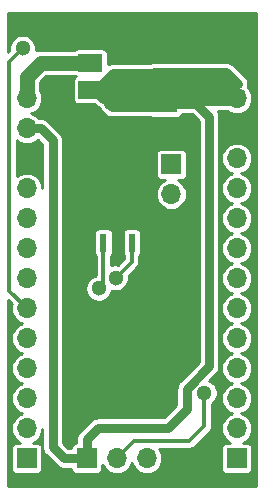
<source format=gbr>
G04 #@! TF.GenerationSoftware,KiCad,Pcbnew,(5.1.2)-1*
G04 #@! TF.CreationDate,2019-07-20T20:07:49-05:00*
G04 #@! TF.ProjectId,rSTM32F030K6T6,7253544d-3332-4463-9033-304b3654362e,rev?*
G04 #@! TF.SameCoordinates,Original*
G04 #@! TF.FileFunction,Copper,L2,Bot*
G04 #@! TF.FilePolarity,Positive*
%FSLAX46Y46*%
G04 Gerber Fmt 4.6, Leading zero omitted, Abs format (unit mm)*
G04 Created by KiCad (PCBNEW (5.1.2)-1) date 2019-07-20 20:07:49*
%MOMM*%
%LPD*%
G04 APERTURE LIST*
%ADD10R,1.250000X1.000000*%
%ADD11O,1.700000X1.700000*%
%ADD12R,1.700000X1.700000*%
%ADD13R,2.000000X1.500000*%
%ADD14R,2.000000X3.800000*%
%ADD15R,0.600000X1.600000*%
%ADD16C,1.300000*%
%ADD17C,1.300000*%
%ADD18C,0.800000*%
%ADD19C,0.350000*%
%ADD20C,0.250000*%
G04 APERTURE END LIST*
D10*
X41200000Y-44700000D03*
X41200000Y-42700000D03*
X52050000Y-47900000D03*
X52050000Y-45900000D03*
D11*
X50800000Y-76200000D03*
X48260000Y-76200000D03*
X45720000Y-76200000D03*
D12*
X43180000Y-76200000D03*
X38100000Y-76200000D03*
D11*
X38100000Y-73660000D03*
X38100000Y-71120000D03*
X38100000Y-68580000D03*
X38100000Y-66040000D03*
X38100000Y-63500000D03*
X38100000Y-60960000D03*
X38100000Y-58420000D03*
X38100000Y-55880000D03*
X38100000Y-53340000D03*
X38100000Y-50800000D03*
X38100000Y-48260000D03*
X38100000Y-45720000D03*
X55880000Y-45720000D03*
X55880000Y-48260000D03*
X55880000Y-50800000D03*
X55880000Y-53340000D03*
X55880000Y-55880000D03*
X55880000Y-58420000D03*
X55880000Y-60960000D03*
X55880000Y-63500000D03*
X55880000Y-66040000D03*
X55880000Y-68580000D03*
X55880000Y-71120000D03*
X55880000Y-73660000D03*
D12*
X55880000Y-76200000D03*
D11*
X50350000Y-56380000D03*
X50350000Y-53840000D03*
D12*
X50350000Y-51300000D03*
D13*
X43500000Y-47300000D03*
X43500000Y-42700000D03*
X43500000Y-45000000D03*
D14*
X49800000Y-45000000D03*
D15*
X47000000Y-57950000D03*
X45800000Y-57950000D03*
X44600000Y-57950000D03*
D16*
X53150000Y-70650000D03*
X37750000Y-41450000D03*
X44200000Y-61800000D03*
X45625000Y-60900000D03*
D17*
X39275000Y-42700000D02*
X41200000Y-42700000D01*
X38100000Y-43875000D02*
X39275000Y-42700000D01*
X38100000Y-45720000D02*
X38100000Y-43875000D01*
X41200000Y-42700000D02*
X43500000Y-42700000D01*
X55160000Y-45000000D02*
X55880000Y-45720000D01*
X49800000Y-45000000D02*
X55160000Y-45000000D01*
X50700000Y-45900000D02*
X49800000Y-45000000D01*
X52050000Y-45900000D02*
X50700000Y-45900000D01*
D18*
X39302081Y-48260000D02*
X40300000Y-49257919D01*
X38100000Y-48260000D02*
X39302081Y-48260000D01*
X40300000Y-49257919D02*
X40300000Y-75250000D01*
X41250000Y-76200000D02*
X43180000Y-76200000D01*
X40300000Y-75250000D02*
X41250000Y-76200000D01*
X43180000Y-74550000D02*
X44130000Y-73600000D01*
X43180000Y-76200000D02*
X43180000Y-74550000D01*
X44130000Y-73600000D02*
X50050000Y-73600000D01*
X50050000Y-73600000D02*
X51650000Y-72000000D01*
X51650000Y-70299998D02*
X53549998Y-68400000D01*
X51650000Y-72000000D02*
X51650000Y-70299998D01*
X52175000Y-45900000D02*
X52050000Y-45900000D01*
X53549998Y-47274998D02*
X52175000Y-45900000D01*
X53549998Y-68400000D02*
X53549998Y-47274998D01*
X43500000Y-45000000D02*
X49800000Y-45000000D01*
X44000000Y-45000000D02*
X44750000Y-44250000D01*
X44750000Y-44250000D02*
X48700000Y-44250000D01*
X48700000Y-44250000D02*
X48750000Y-44200000D01*
X48750000Y-44200000D02*
X48750000Y-43550000D01*
X48750000Y-43550000D02*
X48700000Y-43600000D01*
X48700000Y-43600000D02*
X45400000Y-43600000D01*
X45400000Y-43600000D02*
X45150000Y-43850000D01*
X44000000Y-45000000D02*
X43500000Y-45000000D01*
X45150000Y-43850000D02*
X44000000Y-45000000D01*
X43500000Y-45000000D02*
X43850000Y-45000000D01*
X43850000Y-45000000D02*
X44600000Y-45750000D01*
X44600000Y-45750000D02*
X48700000Y-45750000D01*
X48700000Y-45750000D02*
X48700000Y-46350000D01*
X48700000Y-46350000D02*
X48600000Y-46450000D01*
X48600000Y-46450000D02*
X45550000Y-46450000D01*
X45550000Y-46450000D02*
X45300000Y-46450000D01*
X45300000Y-46450000D02*
X45000000Y-46150000D01*
X49800000Y-45000000D02*
X50800000Y-44000000D01*
X50800000Y-44000000D02*
X50950000Y-44150000D01*
X50950000Y-44150000D02*
X55150000Y-44150000D01*
X55150000Y-44150000D02*
X55500000Y-44500000D01*
X49800000Y-45000000D02*
X49800000Y-44650000D01*
X49800000Y-44650000D02*
X50950000Y-43500000D01*
X50950000Y-43500000D02*
X55000000Y-43500000D01*
X55000000Y-43500000D02*
X56000000Y-44500000D01*
X55700000Y-45900000D02*
X55880000Y-45720000D01*
X52050000Y-45900000D02*
X55700000Y-45900000D01*
D19*
X46569999Y-75350001D02*
X46569999Y-75330001D01*
X45720000Y-76200000D02*
X46569999Y-75350001D01*
X46569999Y-75330001D02*
X47150000Y-74750000D01*
X47150000Y-74750000D02*
X51850000Y-74750000D01*
X53150000Y-73450000D02*
X53150000Y-70650000D01*
X51850000Y-74750000D02*
X53150000Y-73450000D01*
X38100000Y-63500000D02*
X36600000Y-62000000D01*
X36600000Y-62000000D02*
X36600000Y-42600000D01*
X36600000Y-42600000D02*
X37750000Y-41450000D01*
X44600000Y-61400000D02*
X44200000Y-61800000D01*
X44600000Y-57950000D02*
X44600000Y-61400000D01*
X47000000Y-59525000D02*
X47000000Y-57950000D01*
X45625000Y-60900000D02*
X47000000Y-59525000D01*
D20*
G36*
X57500001Y-78500000D02*
G01*
X36500000Y-78500000D01*
X36500000Y-62819238D01*
X36823694Y-63142933D01*
X36794172Y-63240255D01*
X36768589Y-63500000D01*
X36794172Y-63759745D01*
X36869937Y-64009509D01*
X36992972Y-64239692D01*
X37158550Y-64441450D01*
X37360308Y-64607028D01*
X37590491Y-64730063D01*
X37722146Y-64770000D01*
X37590491Y-64809937D01*
X37360308Y-64932972D01*
X37158550Y-65098550D01*
X36992972Y-65300308D01*
X36869937Y-65530491D01*
X36794172Y-65780255D01*
X36768589Y-66040000D01*
X36794172Y-66299745D01*
X36869937Y-66549509D01*
X36992972Y-66779692D01*
X37158550Y-66981450D01*
X37360308Y-67147028D01*
X37590491Y-67270063D01*
X37722146Y-67310000D01*
X37590491Y-67349937D01*
X37360308Y-67472972D01*
X37158550Y-67638550D01*
X36992972Y-67840308D01*
X36869937Y-68070491D01*
X36794172Y-68320255D01*
X36768589Y-68580000D01*
X36794172Y-68839745D01*
X36869937Y-69089509D01*
X36992972Y-69319692D01*
X37158550Y-69521450D01*
X37360308Y-69687028D01*
X37590491Y-69810063D01*
X37722146Y-69850000D01*
X37590491Y-69889937D01*
X37360308Y-70012972D01*
X37158550Y-70178550D01*
X36992972Y-70380308D01*
X36869937Y-70610491D01*
X36794172Y-70860255D01*
X36768589Y-71120000D01*
X36794172Y-71379745D01*
X36869937Y-71629509D01*
X36992972Y-71859692D01*
X37158550Y-72061450D01*
X37360308Y-72227028D01*
X37590491Y-72350063D01*
X37722146Y-72390000D01*
X37590491Y-72429937D01*
X37360308Y-72552972D01*
X37158550Y-72718550D01*
X36992972Y-72920308D01*
X36869937Y-73150491D01*
X36794172Y-73400255D01*
X36768589Y-73660000D01*
X36794172Y-73919745D01*
X36869937Y-74169509D01*
X36992972Y-74399692D01*
X37158550Y-74601450D01*
X37360308Y-74767028D01*
X37558011Y-74872702D01*
X37250000Y-74872702D01*
X37156884Y-74881873D01*
X37067346Y-74909034D01*
X36984827Y-74953141D01*
X36912499Y-75012499D01*
X36853141Y-75084827D01*
X36809034Y-75167346D01*
X36781873Y-75256884D01*
X36772702Y-75350000D01*
X36772702Y-77050000D01*
X36781873Y-77143116D01*
X36809034Y-77232654D01*
X36853141Y-77315173D01*
X36912499Y-77387501D01*
X36984827Y-77446859D01*
X37067346Y-77490966D01*
X37156884Y-77518127D01*
X37250000Y-77527298D01*
X38950000Y-77527298D01*
X39043116Y-77518127D01*
X39132654Y-77490966D01*
X39215173Y-77446859D01*
X39287501Y-77387501D01*
X39346859Y-77315173D01*
X39390966Y-77232654D01*
X39418127Y-77143116D01*
X39427298Y-77050000D01*
X39427298Y-75350000D01*
X39418127Y-75256884D01*
X39390966Y-75167346D01*
X39346859Y-75084827D01*
X39287501Y-75012499D01*
X39215173Y-74953141D01*
X39132654Y-74909034D01*
X39043116Y-74881873D01*
X38950000Y-74872702D01*
X38641989Y-74872702D01*
X38839692Y-74767028D01*
X39041450Y-74601450D01*
X39207028Y-74399692D01*
X39330063Y-74169509D01*
X39405828Y-73919745D01*
X39425001Y-73725082D01*
X39425001Y-75207011D01*
X39420767Y-75250000D01*
X39437661Y-75421529D01*
X39487695Y-75586467D01*
X39525516Y-75657226D01*
X39568945Y-75738476D01*
X39678289Y-75871712D01*
X39711676Y-75899112D01*
X40600888Y-76788325D01*
X40628288Y-76821712D01*
X40761524Y-76931056D01*
X40913532Y-77012305D01*
X41078470Y-77062339D01*
X41250000Y-77079233D01*
X41292979Y-77075000D01*
X41855164Y-77075000D01*
X41861873Y-77143116D01*
X41889034Y-77232654D01*
X41933141Y-77315173D01*
X41992499Y-77387501D01*
X42064827Y-77446859D01*
X42147346Y-77490966D01*
X42236884Y-77518127D01*
X42330000Y-77527298D01*
X44030000Y-77527298D01*
X44123116Y-77518127D01*
X44212654Y-77490966D01*
X44295173Y-77446859D01*
X44367501Y-77387501D01*
X44426859Y-77315173D01*
X44470966Y-77232654D01*
X44498127Y-77143116D01*
X44507298Y-77050000D01*
X44507298Y-76741989D01*
X44612972Y-76939692D01*
X44778550Y-77141450D01*
X44980308Y-77307028D01*
X45210491Y-77430063D01*
X45460255Y-77505828D01*
X45654909Y-77525000D01*
X45785091Y-77525000D01*
X45979745Y-77505828D01*
X46229509Y-77430063D01*
X46459692Y-77307028D01*
X46661450Y-77141450D01*
X46827028Y-76939692D01*
X46950063Y-76709509D01*
X46990000Y-76577854D01*
X47029937Y-76709509D01*
X47152972Y-76939692D01*
X47318550Y-77141450D01*
X47520308Y-77307028D01*
X47750491Y-77430063D01*
X48000255Y-77505828D01*
X48194909Y-77525000D01*
X48325091Y-77525000D01*
X48519745Y-77505828D01*
X48769509Y-77430063D01*
X48999692Y-77307028D01*
X49201450Y-77141450D01*
X49367028Y-76939692D01*
X49490063Y-76709509D01*
X49565828Y-76459745D01*
X49591411Y-76200000D01*
X49565828Y-75940255D01*
X49490063Y-75690491D01*
X49367028Y-75460308D01*
X49317535Y-75400000D01*
X51818079Y-75400000D01*
X51850000Y-75403144D01*
X51881921Y-75400000D01*
X51881932Y-75400000D01*
X51977422Y-75390595D01*
X52099948Y-75353427D01*
X52212868Y-75293070D01*
X52311843Y-75211843D01*
X52332200Y-75187038D01*
X53587044Y-73932195D01*
X53611843Y-73911843D01*
X53632196Y-73887043D01*
X53632199Y-73887040D01*
X53693070Y-73812868D01*
X53753427Y-73699948D01*
X53790595Y-73577422D01*
X53790595Y-73577421D01*
X53800000Y-73481932D01*
X53800000Y-73481924D01*
X53803144Y-73450000D01*
X53800000Y-73418076D01*
X53800000Y-71568709D01*
X53867145Y-71523844D01*
X54023844Y-71367145D01*
X54146962Y-71182887D01*
X54231767Y-70978150D01*
X54275000Y-70760803D01*
X54275000Y-70539197D01*
X54231767Y-70321850D01*
X54146962Y-70117113D01*
X54023844Y-69932855D01*
X53867145Y-69776156D01*
X53682887Y-69653038D01*
X53577889Y-69609546D01*
X54138324Y-69049111D01*
X54171710Y-69021712D01*
X54281054Y-68888476D01*
X54362303Y-68736468D01*
X54412337Y-68571530D01*
X54424998Y-68442979D01*
X54424998Y-68442978D01*
X54429231Y-68400000D01*
X54424998Y-68357021D01*
X54424998Y-50800000D01*
X54548589Y-50800000D01*
X54574172Y-51059745D01*
X54649937Y-51309509D01*
X54772972Y-51539692D01*
X54938550Y-51741450D01*
X55140308Y-51907028D01*
X55370491Y-52030063D01*
X55502146Y-52070000D01*
X55370491Y-52109937D01*
X55140308Y-52232972D01*
X54938550Y-52398550D01*
X54772972Y-52600308D01*
X54649937Y-52830491D01*
X54574172Y-53080255D01*
X54548589Y-53340000D01*
X54574172Y-53599745D01*
X54649937Y-53849509D01*
X54772972Y-54079692D01*
X54938550Y-54281450D01*
X55140308Y-54447028D01*
X55370491Y-54570063D01*
X55502146Y-54610000D01*
X55370491Y-54649937D01*
X55140308Y-54772972D01*
X54938550Y-54938550D01*
X54772972Y-55140308D01*
X54649937Y-55370491D01*
X54574172Y-55620255D01*
X54548589Y-55880000D01*
X54574172Y-56139745D01*
X54649937Y-56389509D01*
X54772972Y-56619692D01*
X54938550Y-56821450D01*
X55140308Y-56987028D01*
X55370491Y-57110063D01*
X55502146Y-57150000D01*
X55370491Y-57189937D01*
X55140308Y-57312972D01*
X54938550Y-57478550D01*
X54772972Y-57680308D01*
X54649937Y-57910491D01*
X54574172Y-58160255D01*
X54548589Y-58420000D01*
X54574172Y-58679745D01*
X54649937Y-58929509D01*
X54772972Y-59159692D01*
X54938550Y-59361450D01*
X55140308Y-59527028D01*
X55370491Y-59650063D01*
X55502146Y-59690000D01*
X55370491Y-59729937D01*
X55140308Y-59852972D01*
X54938550Y-60018550D01*
X54772972Y-60220308D01*
X54649937Y-60450491D01*
X54574172Y-60700255D01*
X54548589Y-60960000D01*
X54574172Y-61219745D01*
X54649937Y-61469509D01*
X54772972Y-61699692D01*
X54938550Y-61901450D01*
X55140308Y-62067028D01*
X55370491Y-62190063D01*
X55502146Y-62230000D01*
X55370491Y-62269937D01*
X55140308Y-62392972D01*
X54938550Y-62558550D01*
X54772972Y-62760308D01*
X54649937Y-62990491D01*
X54574172Y-63240255D01*
X54548589Y-63500000D01*
X54574172Y-63759745D01*
X54649937Y-64009509D01*
X54772972Y-64239692D01*
X54938550Y-64441450D01*
X55140308Y-64607028D01*
X55370491Y-64730063D01*
X55502146Y-64770000D01*
X55370491Y-64809937D01*
X55140308Y-64932972D01*
X54938550Y-65098550D01*
X54772972Y-65300308D01*
X54649937Y-65530491D01*
X54574172Y-65780255D01*
X54548589Y-66040000D01*
X54574172Y-66299745D01*
X54649937Y-66549509D01*
X54772972Y-66779692D01*
X54938550Y-66981450D01*
X55140308Y-67147028D01*
X55370491Y-67270063D01*
X55502146Y-67310000D01*
X55370491Y-67349937D01*
X55140308Y-67472972D01*
X54938550Y-67638550D01*
X54772972Y-67840308D01*
X54649937Y-68070491D01*
X54574172Y-68320255D01*
X54548589Y-68580000D01*
X54574172Y-68839745D01*
X54649937Y-69089509D01*
X54772972Y-69319692D01*
X54938550Y-69521450D01*
X55140308Y-69687028D01*
X55370491Y-69810063D01*
X55502146Y-69850000D01*
X55370491Y-69889937D01*
X55140308Y-70012972D01*
X54938550Y-70178550D01*
X54772972Y-70380308D01*
X54649937Y-70610491D01*
X54574172Y-70860255D01*
X54548589Y-71120000D01*
X54574172Y-71379745D01*
X54649937Y-71629509D01*
X54772972Y-71859692D01*
X54938550Y-72061450D01*
X55140308Y-72227028D01*
X55370491Y-72350063D01*
X55502146Y-72390000D01*
X55370491Y-72429937D01*
X55140308Y-72552972D01*
X54938550Y-72718550D01*
X54772972Y-72920308D01*
X54649937Y-73150491D01*
X54574172Y-73400255D01*
X54548589Y-73660000D01*
X54574172Y-73919745D01*
X54649937Y-74169509D01*
X54772972Y-74399692D01*
X54938550Y-74601450D01*
X55140308Y-74767028D01*
X55338011Y-74872702D01*
X55030000Y-74872702D01*
X54936884Y-74881873D01*
X54847346Y-74909034D01*
X54764827Y-74953141D01*
X54692499Y-75012499D01*
X54633141Y-75084827D01*
X54589034Y-75167346D01*
X54561873Y-75256884D01*
X54552702Y-75350000D01*
X54552702Y-77050000D01*
X54561873Y-77143116D01*
X54589034Y-77232654D01*
X54633141Y-77315173D01*
X54692499Y-77387501D01*
X54764827Y-77446859D01*
X54847346Y-77490966D01*
X54936884Y-77518127D01*
X55030000Y-77527298D01*
X56730000Y-77527298D01*
X56823116Y-77518127D01*
X56912654Y-77490966D01*
X56995173Y-77446859D01*
X57067501Y-77387501D01*
X57126859Y-77315173D01*
X57170966Y-77232654D01*
X57198127Y-77143116D01*
X57207298Y-77050000D01*
X57207298Y-75350000D01*
X57198127Y-75256884D01*
X57170966Y-75167346D01*
X57126859Y-75084827D01*
X57067501Y-75012499D01*
X56995173Y-74953141D01*
X56912654Y-74909034D01*
X56823116Y-74881873D01*
X56730000Y-74872702D01*
X56421989Y-74872702D01*
X56619692Y-74767028D01*
X56821450Y-74601450D01*
X56987028Y-74399692D01*
X57110063Y-74169509D01*
X57185828Y-73919745D01*
X57211411Y-73660000D01*
X57185828Y-73400255D01*
X57110063Y-73150491D01*
X56987028Y-72920308D01*
X56821450Y-72718550D01*
X56619692Y-72552972D01*
X56389509Y-72429937D01*
X56257854Y-72390000D01*
X56389509Y-72350063D01*
X56619692Y-72227028D01*
X56821450Y-72061450D01*
X56987028Y-71859692D01*
X57110063Y-71629509D01*
X57185828Y-71379745D01*
X57211411Y-71120000D01*
X57185828Y-70860255D01*
X57110063Y-70610491D01*
X56987028Y-70380308D01*
X56821450Y-70178550D01*
X56619692Y-70012972D01*
X56389509Y-69889937D01*
X56257854Y-69850000D01*
X56389509Y-69810063D01*
X56619692Y-69687028D01*
X56821450Y-69521450D01*
X56987028Y-69319692D01*
X57110063Y-69089509D01*
X57185828Y-68839745D01*
X57211411Y-68580000D01*
X57185828Y-68320255D01*
X57110063Y-68070491D01*
X56987028Y-67840308D01*
X56821450Y-67638550D01*
X56619692Y-67472972D01*
X56389509Y-67349937D01*
X56257854Y-67310000D01*
X56389509Y-67270063D01*
X56619692Y-67147028D01*
X56821450Y-66981450D01*
X56987028Y-66779692D01*
X57110063Y-66549509D01*
X57185828Y-66299745D01*
X57211411Y-66040000D01*
X57185828Y-65780255D01*
X57110063Y-65530491D01*
X56987028Y-65300308D01*
X56821450Y-65098550D01*
X56619692Y-64932972D01*
X56389509Y-64809937D01*
X56257854Y-64770000D01*
X56389509Y-64730063D01*
X56619692Y-64607028D01*
X56821450Y-64441450D01*
X56987028Y-64239692D01*
X57110063Y-64009509D01*
X57185828Y-63759745D01*
X57211411Y-63500000D01*
X57185828Y-63240255D01*
X57110063Y-62990491D01*
X56987028Y-62760308D01*
X56821450Y-62558550D01*
X56619692Y-62392972D01*
X56389509Y-62269937D01*
X56257854Y-62230000D01*
X56389509Y-62190063D01*
X56619692Y-62067028D01*
X56821450Y-61901450D01*
X56987028Y-61699692D01*
X57110063Y-61469509D01*
X57185828Y-61219745D01*
X57211411Y-60960000D01*
X57185828Y-60700255D01*
X57110063Y-60450491D01*
X56987028Y-60220308D01*
X56821450Y-60018550D01*
X56619692Y-59852972D01*
X56389509Y-59729937D01*
X56257854Y-59690000D01*
X56389509Y-59650063D01*
X56619692Y-59527028D01*
X56821450Y-59361450D01*
X56987028Y-59159692D01*
X57110063Y-58929509D01*
X57185828Y-58679745D01*
X57211411Y-58420000D01*
X57185828Y-58160255D01*
X57110063Y-57910491D01*
X56987028Y-57680308D01*
X56821450Y-57478550D01*
X56619692Y-57312972D01*
X56389509Y-57189937D01*
X56257854Y-57150000D01*
X56389509Y-57110063D01*
X56619692Y-56987028D01*
X56821450Y-56821450D01*
X56987028Y-56619692D01*
X57110063Y-56389509D01*
X57185828Y-56139745D01*
X57211411Y-55880000D01*
X57185828Y-55620255D01*
X57110063Y-55370491D01*
X56987028Y-55140308D01*
X56821450Y-54938550D01*
X56619692Y-54772972D01*
X56389509Y-54649937D01*
X56257854Y-54610000D01*
X56389509Y-54570063D01*
X56619692Y-54447028D01*
X56821450Y-54281450D01*
X56987028Y-54079692D01*
X57110063Y-53849509D01*
X57185828Y-53599745D01*
X57211411Y-53340000D01*
X57185828Y-53080255D01*
X57110063Y-52830491D01*
X56987028Y-52600308D01*
X56821450Y-52398550D01*
X56619692Y-52232972D01*
X56389509Y-52109937D01*
X56257854Y-52070000D01*
X56389509Y-52030063D01*
X56619692Y-51907028D01*
X56821450Y-51741450D01*
X56987028Y-51539692D01*
X57110063Y-51309509D01*
X57185828Y-51059745D01*
X57211411Y-50800000D01*
X57185828Y-50540255D01*
X57110063Y-50290491D01*
X56987028Y-50060308D01*
X56821450Y-49858550D01*
X56619692Y-49692972D01*
X56389509Y-49569937D01*
X56139745Y-49494172D01*
X55945091Y-49475000D01*
X55814909Y-49475000D01*
X55620255Y-49494172D01*
X55370491Y-49569937D01*
X55140308Y-49692972D01*
X54938550Y-49858550D01*
X54772972Y-50060308D01*
X54649937Y-50290491D01*
X54574172Y-50540255D01*
X54548589Y-50800000D01*
X54424998Y-50800000D01*
X54424998Y-47317977D01*
X54429231Y-47274998D01*
X54412337Y-47103468D01*
X54362303Y-46938530D01*
X54360416Y-46935000D01*
X54281054Y-46786522D01*
X54271598Y-46775000D01*
X55076912Y-46775000D01*
X55140308Y-46827028D01*
X55370491Y-46950063D01*
X55620255Y-47025828D01*
X55814909Y-47045000D01*
X55945091Y-47045000D01*
X56139745Y-47025828D01*
X56389509Y-46950063D01*
X56619692Y-46827028D01*
X56821450Y-46661450D01*
X56987028Y-46459692D01*
X57110063Y-46229509D01*
X57185828Y-45979745D01*
X57211411Y-45720000D01*
X57185828Y-45460255D01*
X57110063Y-45210491D01*
X56987028Y-44980308D01*
X56827601Y-44786045D01*
X56862339Y-44671530D01*
X56879233Y-44500000D01*
X56862339Y-44328470D01*
X56812305Y-44163532D01*
X56731056Y-44011524D01*
X56649109Y-43911672D01*
X55649116Y-42911680D01*
X55621712Y-42878288D01*
X55488476Y-42768944D01*
X55336468Y-42687695D01*
X55171530Y-42637661D01*
X55042979Y-42625000D01*
X55000000Y-42620767D01*
X54957021Y-42625000D01*
X50992979Y-42625000D01*
X50950000Y-42620767D01*
X50907021Y-42625000D01*
X50865177Y-42629121D01*
X50800000Y-42622702D01*
X48800000Y-42622702D01*
X48706884Y-42631873D01*
X48617346Y-42659034D01*
X48544520Y-42697960D01*
X48455382Y-42725000D01*
X45442978Y-42725000D01*
X45399999Y-42720767D01*
X45228469Y-42737661D01*
X45205737Y-42744557D01*
X45063532Y-42787695D01*
X44977298Y-42833787D01*
X44977298Y-41950000D01*
X44968127Y-41856884D01*
X44940966Y-41767346D01*
X44896859Y-41684827D01*
X44837501Y-41612499D01*
X44765173Y-41553141D01*
X44682654Y-41509034D01*
X44593116Y-41481873D01*
X44500000Y-41472702D01*
X42500000Y-41472702D01*
X42406884Y-41481873D01*
X42317346Y-41509034D01*
X42234827Y-41553141D01*
X42208192Y-41575000D01*
X39330261Y-41575000D01*
X39275000Y-41569557D01*
X39219738Y-41575000D01*
X39219736Y-41575000D01*
X39054462Y-41591278D01*
X38857025Y-41651170D01*
X38875000Y-41560803D01*
X38875000Y-41339197D01*
X38831767Y-41121850D01*
X38746962Y-40917113D01*
X38623844Y-40732855D01*
X38467145Y-40576156D01*
X38282887Y-40453038D01*
X38078150Y-40368233D01*
X37860803Y-40325000D01*
X37639197Y-40325000D01*
X37421850Y-40368233D01*
X37217113Y-40453038D01*
X37032855Y-40576156D01*
X36876156Y-40732855D01*
X36753038Y-40917113D01*
X36668233Y-41121850D01*
X36625000Y-41339197D01*
X36625000Y-41560803D01*
X36640755Y-41640007D01*
X36500000Y-41780762D01*
X36500000Y-38500000D01*
X57500000Y-38500000D01*
X57500001Y-78500000D01*
X57500001Y-78500000D01*
G37*
X57500001Y-78500000D02*
X36500000Y-78500000D01*
X36500000Y-62819238D01*
X36823694Y-63142933D01*
X36794172Y-63240255D01*
X36768589Y-63500000D01*
X36794172Y-63759745D01*
X36869937Y-64009509D01*
X36992972Y-64239692D01*
X37158550Y-64441450D01*
X37360308Y-64607028D01*
X37590491Y-64730063D01*
X37722146Y-64770000D01*
X37590491Y-64809937D01*
X37360308Y-64932972D01*
X37158550Y-65098550D01*
X36992972Y-65300308D01*
X36869937Y-65530491D01*
X36794172Y-65780255D01*
X36768589Y-66040000D01*
X36794172Y-66299745D01*
X36869937Y-66549509D01*
X36992972Y-66779692D01*
X37158550Y-66981450D01*
X37360308Y-67147028D01*
X37590491Y-67270063D01*
X37722146Y-67310000D01*
X37590491Y-67349937D01*
X37360308Y-67472972D01*
X37158550Y-67638550D01*
X36992972Y-67840308D01*
X36869937Y-68070491D01*
X36794172Y-68320255D01*
X36768589Y-68580000D01*
X36794172Y-68839745D01*
X36869937Y-69089509D01*
X36992972Y-69319692D01*
X37158550Y-69521450D01*
X37360308Y-69687028D01*
X37590491Y-69810063D01*
X37722146Y-69850000D01*
X37590491Y-69889937D01*
X37360308Y-70012972D01*
X37158550Y-70178550D01*
X36992972Y-70380308D01*
X36869937Y-70610491D01*
X36794172Y-70860255D01*
X36768589Y-71120000D01*
X36794172Y-71379745D01*
X36869937Y-71629509D01*
X36992972Y-71859692D01*
X37158550Y-72061450D01*
X37360308Y-72227028D01*
X37590491Y-72350063D01*
X37722146Y-72390000D01*
X37590491Y-72429937D01*
X37360308Y-72552972D01*
X37158550Y-72718550D01*
X36992972Y-72920308D01*
X36869937Y-73150491D01*
X36794172Y-73400255D01*
X36768589Y-73660000D01*
X36794172Y-73919745D01*
X36869937Y-74169509D01*
X36992972Y-74399692D01*
X37158550Y-74601450D01*
X37360308Y-74767028D01*
X37558011Y-74872702D01*
X37250000Y-74872702D01*
X37156884Y-74881873D01*
X37067346Y-74909034D01*
X36984827Y-74953141D01*
X36912499Y-75012499D01*
X36853141Y-75084827D01*
X36809034Y-75167346D01*
X36781873Y-75256884D01*
X36772702Y-75350000D01*
X36772702Y-77050000D01*
X36781873Y-77143116D01*
X36809034Y-77232654D01*
X36853141Y-77315173D01*
X36912499Y-77387501D01*
X36984827Y-77446859D01*
X37067346Y-77490966D01*
X37156884Y-77518127D01*
X37250000Y-77527298D01*
X38950000Y-77527298D01*
X39043116Y-77518127D01*
X39132654Y-77490966D01*
X39215173Y-77446859D01*
X39287501Y-77387501D01*
X39346859Y-77315173D01*
X39390966Y-77232654D01*
X39418127Y-77143116D01*
X39427298Y-77050000D01*
X39427298Y-75350000D01*
X39418127Y-75256884D01*
X39390966Y-75167346D01*
X39346859Y-75084827D01*
X39287501Y-75012499D01*
X39215173Y-74953141D01*
X39132654Y-74909034D01*
X39043116Y-74881873D01*
X38950000Y-74872702D01*
X38641989Y-74872702D01*
X38839692Y-74767028D01*
X39041450Y-74601450D01*
X39207028Y-74399692D01*
X39330063Y-74169509D01*
X39405828Y-73919745D01*
X39425001Y-73725082D01*
X39425001Y-75207011D01*
X39420767Y-75250000D01*
X39437661Y-75421529D01*
X39487695Y-75586467D01*
X39525516Y-75657226D01*
X39568945Y-75738476D01*
X39678289Y-75871712D01*
X39711676Y-75899112D01*
X40600888Y-76788325D01*
X40628288Y-76821712D01*
X40761524Y-76931056D01*
X40913532Y-77012305D01*
X41078470Y-77062339D01*
X41250000Y-77079233D01*
X41292979Y-77075000D01*
X41855164Y-77075000D01*
X41861873Y-77143116D01*
X41889034Y-77232654D01*
X41933141Y-77315173D01*
X41992499Y-77387501D01*
X42064827Y-77446859D01*
X42147346Y-77490966D01*
X42236884Y-77518127D01*
X42330000Y-77527298D01*
X44030000Y-77527298D01*
X44123116Y-77518127D01*
X44212654Y-77490966D01*
X44295173Y-77446859D01*
X44367501Y-77387501D01*
X44426859Y-77315173D01*
X44470966Y-77232654D01*
X44498127Y-77143116D01*
X44507298Y-77050000D01*
X44507298Y-76741989D01*
X44612972Y-76939692D01*
X44778550Y-77141450D01*
X44980308Y-77307028D01*
X45210491Y-77430063D01*
X45460255Y-77505828D01*
X45654909Y-77525000D01*
X45785091Y-77525000D01*
X45979745Y-77505828D01*
X46229509Y-77430063D01*
X46459692Y-77307028D01*
X46661450Y-77141450D01*
X46827028Y-76939692D01*
X46950063Y-76709509D01*
X46990000Y-76577854D01*
X47029937Y-76709509D01*
X47152972Y-76939692D01*
X47318550Y-77141450D01*
X47520308Y-77307028D01*
X47750491Y-77430063D01*
X48000255Y-77505828D01*
X48194909Y-77525000D01*
X48325091Y-77525000D01*
X48519745Y-77505828D01*
X48769509Y-77430063D01*
X48999692Y-77307028D01*
X49201450Y-77141450D01*
X49367028Y-76939692D01*
X49490063Y-76709509D01*
X49565828Y-76459745D01*
X49591411Y-76200000D01*
X49565828Y-75940255D01*
X49490063Y-75690491D01*
X49367028Y-75460308D01*
X49317535Y-75400000D01*
X51818079Y-75400000D01*
X51850000Y-75403144D01*
X51881921Y-75400000D01*
X51881932Y-75400000D01*
X51977422Y-75390595D01*
X52099948Y-75353427D01*
X52212868Y-75293070D01*
X52311843Y-75211843D01*
X52332200Y-75187038D01*
X53587044Y-73932195D01*
X53611843Y-73911843D01*
X53632196Y-73887043D01*
X53632199Y-73887040D01*
X53693070Y-73812868D01*
X53753427Y-73699948D01*
X53790595Y-73577422D01*
X53790595Y-73577421D01*
X53800000Y-73481932D01*
X53800000Y-73481924D01*
X53803144Y-73450000D01*
X53800000Y-73418076D01*
X53800000Y-71568709D01*
X53867145Y-71523844D01*
X54023844Y-71367145D01*
X54146962Y-71182887D01*
X54231767Y-70978150D01*
X54275000Y-70760803D01*
X54275000Y-70539197D01*
X54231767Y-70321850D01*
X54146962Y-70117113D01*
X54023844Y-69932855D01*
X53867145Y-69776156D01*
X53682887Y-69653038D01*
X53577889Y-69609546D01*
X54138324Y-69049111D01*
X54171710Y-69021712D01*
X54281054Y-68888476D01*
X54362303Y-68736468D01*
X54412337Y-68571530D01*
X54424998Y-68442979D01*
X54424998Y-68442978D01*
X54429231Y-68400000D01*
X54424998Y-68357021D01*
X54424998Y-50800000D01*
X54548589Y-50800000D01*
X54574172Y-51059745D01*
X54649937Y-51309509D01*
X54772972Y-51539692D01*
X54938550Y-51741450D01*
X55140308Y-51907028D01*
X55370491Y-52030063D01*
X55502146Y-52070000D01*
X55370491Y-52109937D01*
X55140308Y-52232972D01*
X54938550Y-52398550D01*
X54772972Y-52600308D01*
X54649937Y-52830491D01*
X54574172Y-53080255D01*
X54548589Y-53340000D01*
X54574172Y-53599745D01*
X54649937Y-53849509D01*
X54772972Y-54079692D01*
X54938550Y-54281450D01*
X55140308Y-54447028D01*
X55370491Y-54570063D01*
X55502146Y-54610000D01*
X55370491Y-54649937D01*
X55140308Y-54772972D01*
X54938550Y-54938550D01*
X54772972Y-55140308D01*
X54649937Y-55370491D01*
X54574172Y-55620255D01*
X54548589Y-55880000D01*
X54574172Y-56139745D01*
X54649937Y-56389509D01*
X54772972Y-56619692D01*
X54938550Y-56821450D01*
X55140308Y-56987028D01*
X55370491Y-57110063D01*
X55502146Y-57150000D01*
X55370491Y-57189937D01*
X55140308Y-57312972D01*
X54938550Y-57478550D01*
X54772972Y-57680308D01*
X54649937Y-57910491D01*
X54574172Y-58160255D01*
X54548589Y-58420000D01*
X54574172Y-58679745D01*
X54649937Y-58929509D01*
X54772972Y-59159692D01*
X54938550Y-59361450D01*
X55140308Y-59527028D01*
X55370491Y-59650063D01*
X55502146Y-59690000D01*
X55370491Y-59729937D01*
X55140308Y-59852972D01*
X54938550Y-60018550D01*
X54772972Y-60220308D01*
X54649937Y-60450491D01*
X54574172Y-60700255D01*
X54548589Y-60960000D01*
X54574172Y-61219745D01*
X54649937Y-61469509D01*
X54772972Y-61699692D01*
X54938550Y-61901450D01*
X55140308Y-62067028D01*
X55370491Y-62190063D01*
X55502146Y-62230000D01*
X55370491Y-62269937D01*
X55140308Y-62392972D01*
X54938550Y-62558550D01*
X54772972Y-62760308D01*
X54649937Y-62990491D01*
X54574172Y-63240255D01*
X54548589Y-63500000D01*
X54574172Y-63759745D01*
X54649937Y-64009509D01*
X54772972Y-64239692D01*
X54938550Y-64441450D01*
X55140308Y-64607028D01*
X55370491Y-64730063D01*
X55502146Y-64770000D01*
X55370491Y-64809937D01*
X55140308Y-64932972D01*
X54938550Y-65098550D01*
X54772972Y-65300308D01*
X54649937Y-65530491D01*
X54574172Y-65780255D01*
X54548589Y-66040000D01*
X54574172Y-66299745D01*
X54649937Y-66549509D01*
X54772972Y-66779692D01*
X54938550Y-66981450D01*
X55140308Y-67147028D01*
X55370491Y-67270063D01*
X55502146Y-67310000D01*
X55370491Y-67349937D01*
X55140308Y-67472972D01*
X54938550Y-67638550D01*
X54772972Y-67840308D01*
X54649937Y-68070491D01*
X54574172Y-68320255D01*
X54548589Y-68580000D01*
X54574172Y-68839745D01*
X54649937Y-69089509D01*
X54772972Y-69319692D01*
X54938550Y-69521450D01*
X55140308Y-69687028D01*
X55370491Y-69810063D01*
X55502146Y-69850000D01*
X55370491Y-69889937D01*
X55140308Y-70012972D01*
X54938550Y-70178550D01*
X54772972Y-70380308D01*
X54649937Y-70610491D01*
X54574172Y-70860255D01*
X54548589Y-71120000D01*
X54574172Y-71379745D01*
X54649937Y-71629509D01*
X54772972Y-71859692D01*
X54938550Y-72061450D01*
X55140308Y-72227028D01*
X55370491Y-72350063D01*
X55502146Y-72390000D01*
X55370491Y-72429937D01*
X55140308Y-72552972D01*
X54938550Y-72718550D01*
X54772972Y-72920308D01*
X54649937Y-73150491D01*
X54574172Y-73400255D01*
X54548589Y-73660000D01*
X54574172Y-73919745D01*
X54649937Y-74169509D01*
X54772972Y-74399692D01*
X54938550Y-74601450D01*
X55140308Y-74767028D01*
X55338011Y-74872702D01*
X55030000Y-74872702D01*
X54936884Y-74881873D01*
X54847346Y-74909034D01*
X54764827Y-74953141D01*
X54692499Y-75012499D01*
X54633141Y-75084827D01*
X54589034Y-75167346D01*
X54561873Y-75256884D01*
X54552702Y-75350000D01*
X54552702Y-77050000D01*
X54561873Y-77143116D01*
X54589034Y-77232654D01*
X54633141Y-77315173D01*
X54692499Y-77387501D01*
X54764827Y-77446859D01*
X54847346Y-77490966D01*
X54936884Y-77518127D01*
X55030000Y-77527298D01*
X56730000Y-77527298D01*
X56823116Y-77518127D01*
X56912654Y-77490966D01*
X56995173Y-77446859D01*
X57067501Y-77387501D01*
X57126859Y-77315173D01*
X57170966Y-77232654D01*
X57198127Y-77143116D01*
X57207298Y-77050000D01*
X57207298Y-75350000D01*
X57198127Y-75256884D01*
X57170966Y-75167346D01*
X57126859Y-75084827D01*
X57067501Y-75012499D01*
X56995173Y-74953141D01*
X56912654Y-74909034D01*
X56823116Y-74881873D01*
X56730000Y-74872702D01*
X56421989Y-74872702D01*
X56619692Y-74767028D01*
X56821450Y-74601450D01*
X56987028Y-74399692D01*
X57110063Y-74169509D01*
X57185828Y-73919745D01*
X57211411Y-73660000D01*
X57185828Y-73400255D01*
X57110063Y-73150491D01*
X56987028Y-72920308D01*
X56821450Y-72718550D01*
X56619692Y-72552972D01*
X56389509Y-72429937D01*
X56257854Y-72390000D01*
X56389509Y-72350063D01*
X56619692Y-72227028D01*
X56821450Y-72061450D01*
X56987028Y-71859692D01*
X57110063Y-71629509D01*
X57185828Y-71379745D01*
X57211411Y-71120000D01*
X57185828Y-70860255D01*
X57110063Y-70610491D01*
X56987028Y-70380308D01*
X56821450Y-70178550D01*
X56619692Y-70012972D01*
X56389509Y-69889937D01*
X56257854Y-69850000D01*
X56389509Y-69810063D01*
X56619692Y-69687028D01*
X56821450Y-69521450D01*
X56987028Y-69319692D01*
X57110063Y-69089509D01*
X57185828Y-68839745D01*
X57211411Y-68580000D01*
X57185828Y-68320255D01*
X57110063Y-68070491D01*
X56987028Y-67840308D01*
X56821450Y-67638550D01*
X56619692Y-67472972D01*
X56389509Y-67349937D01*
X56257854Y-67310000D01*
X56389509Y-67270063D01*
X56619692Y-67147028D01*
X56821450Y-66981450D01*
X56987028Y-66779692D01*
X57110063Y-66549509D01*
X57185828Y-66299745D01*
X57211411Y-66040000D01*
X57185828Y-65780255D01*
X57110063Y-65530491D01*
X56987028Y-65300308D01*
X56821450Y-65098550D01*
X56619692Y-64932972D01*
X56389509Y-64809937D01*
X56257854Y-64770000D01*
X56389509Y-64730063D01*
X56619692Y-64607028D01*
X56821450Y-64441450D01*
X56987028Y-64239692D01*
X57110063Y-64009509D01*
X57185828Y-63759745D01*
X57211411Y-63500000D01*
X57185828Y-63240255D01*
X57110063Y-62990491D01*
X56987028Y-62760308D01*
X56821450Y-62558550D01*
X56619692Y-62392972D01*
X56389509Y-62269937D01*
X56257854Y-62230000D01*
X56389509Y-62190063D01*
X56619692Y-62067028D01*
X56821450Y-61901450D01*
X56987028Y-61699692D01*
X57110063Y-61469509D01*
X57185828Y-61219745D01*
X57211411Y-60960000D01*
X57185828Y-60700255D01*
X57110063Y-60450491D01*
X56987028Y-60220308D01*
X56821450Y-60018550D01*
X56619692Y-59852972D01*
X56389509Y-59729937D01*
X56257854Y-59690000D01*
X56389509Y-59650063D01*
X56619692Y-59527028D01*
X56821450Y-59361450D01*
X56987028Y-59159692D01*
X57110063Y-58929509D01*
X57185828Y-58679745D01*
X57211411Y-58420000D01*
X57185828Y-58160255D01*
X57110063Y-57910491D01*
X56987028Y-57680308D01*
X56821450Y-57478550D01*
X56619692Y-57312972D01*
X56389509Y-57189937D01*
X56257854Y-57150000D01*
X56389509Y-57110063D01*
X56619692Y-56987028D01*
X56821450Y-56821450D01*
X56987028Y-56619692D01*
X57110063Y-56389509D01*
X57185828Y-56139745D01*
X57211411Y-55880000D01*
X57185828Y-55620255D01*
X57110063Y-55370491D01*
X56987028Y-55140308D01*
X56821450Y-54938550D01*
X56619692Y-54772972D01*
X56389509Y-54649937D01*
X56257854Y-54610000D01*
X56389509Y-54570063D01*
X56619692Y-54447028D01*
X56821450Y-54281450D01*
X56987028Y-54079692D01*
X57110063Y-53849509D01*
X57185828Y-53599745D01*
X57211411Y-53340000D01*
X57185828Y-53080255D01*
X57110063Y-52830491D01*
X56987028Y-52600308D01*
X56821450Y-52398550D01*
X56619692Y-52232972D01*
X56389509Y-52109937D01*
X56257854Y-52070000D01*
X56389509Y-52030063D01*
X56619692Y-51907028D01*
X56821450Y-51741450D01*
X56987028Y-51539692D01*
X57110063Y-51309509D01*
X57185828Y-51059745D01*
X57211411Y-50800000D01*
X57185828Y-50540255D01*
X57110063Y-50290491D01*
X56987028Y-50060308D01*
X56821450Y-49858550D01*
X56619692Y-49692972D01*
X56389509Y-49569937D01*
X56139745Y-49494172D01*
X55945091Y-49475000D01*
X55814909Y-49475000D01*
X55620255Y-49494172D01*
X55370491Y-49569937D01*
X55140308Y-49692972D01*
X54938550Y-49858550D01*
X54772972Y-50060308D01*
X54649937Y-50290491D01*
X54574172Y-50540255D01*
X54548589Y-50800000D01*
X54424998Y-50800000D01*
X54424998Y-47317977D01*
X54429231Y-47274998D01*
X54412337Y-47103468D01*
X54362303Y-46938530D01*
X54360416Y-46935000D01*
X54281054Y-46786522D01*
X54271598Y-46775000D01*
X55076912Y-46775000D01*
X55140308Y-46827028D01*
X55370491Y-46950063D01*
X55620255Y-47025828D01*
X55814909Y-47045000D01*
X55945091Y-47045000D01*
X56139745Y-47025828D01*
X56389509Y-46950063D01*
X56619692Y-46827028D01*
X56821450Y-46661450D01*
X56987028Y-46459692D01*
X57110063Y-46229509D01*
X57185828Y-45979745D01*
X57211411Y-45720000D01*
X57185828Y-45460255D01*
X57110063Y-45210491D01*
X56987028Y-44980308D01*
X56827601Y-44786045D01*
X56862339Y-44671530D01*
X56879233Y-44500000D01*
X56862339Y-44328470D01*
X56812305Y-44163532D01*
X56731056Y-44011524D01*
X56649109Y-43911672D01*
X55649116Y-42911680D01*
X55621712Y-42878288D01*
X55488476Y-42768944D01*
X55336468Y-42687695D01*
X55171530Y-42637661D01*
X55042979Y-42625000D01*
X55000000Y-42620767D01*
X54957021Y-42625000D01*
X50992979Y-42625000D01*
X50950000Y-42620767D01*
X50907021Y-42625000D01*
X50865177Y-42629121D01*
X50800000Y-42622702D01*
X48800000Y-42622702D01*
X48706884Y-42631873D01*
X48617346Y-42659034D01*
X48544520Y-42697960D01*
X48455382Y-42725000D01*
X45442978Y-42725000D01*
X45399999Y-42720767D01*
X45228469Y-42737661D01*
X45205737Y-42744557D01*
X45063532Y-42787695D01*
X44977298Y-42833787D01*
X44977298Y-41950000D01*
X44968127Y-41856884D01*
X44940966Y-41767346D01*
X44896859Y-41684827D01*
X44837501Y-41612499D01*
X44765173Y-41553141D01*
X44682654Y-41509034D01*
X44593116Y-41481873D01*
X44500000Y-41472702D01*
X42500000Y-41472702D01*
X42406884Y-41481873D01*
X42317346Y-41509034D01*
X42234827Y-41553141D01*
X42208192Y-41575000D01*
X39330261Y-41575000D01*
X39275000Y-41569557D01*
X39219738Y-41575000D01*
X39219736Y-41575000D01*
X39054462Y-41591278D01*
X38857025Y-41651170D01*
X38875000Y-41560803D01*
X38875000Y-41339197D01*
X38831767Y-41121850D01*
X38746962Y-40917113D01*
X38623844Y-40732855D01*
X38467145Y-40576156D01*
X38282887Y-40453038D01*
X38078150Y-40368233D01*
X37860803Y-40325000D01*
X37639197Y-40325000D01*
X37421850Y-40368233D01*
X37217113Y-40453038D01*
X37032855Y-40576156D01*
X36876156Y-40732855D01*
X36753038Y-40917113D01*
X36668233Y-41121850D01*
X36625000Y-41339197D01*
X36625000Y-41560803D01*
X36640755Y-41640007D01*
X36500000Y-41780762D01*
X36500000Y-38500000D01*
X57500000Y-38500000D01*
X57500001Y-78500000D01*
G36*
X42234827Y-43846859D02*
G01*
X42240703Y-43850000D01*
X42234827Y-43853141D01*
X42162499Y-43912499D01*
X42103141Y-43984827D01*
X42059034Y-44067346D01*
X42031873Y-44156884D01*
X42022702Y-44250000D01*
X42022702Y-45750000D01*
X42031873Y-45843116D01*
X42059034Y-45932654D01*
X42103141Y-46015173D01*
X42162499Y-46087501D01*
X42234827Y-46146859D01*
X42317346Y-46190966D01*
X42406884Y-46218127D01*
X42500000Y-46227298D01*
X43839861Y-46227298D01*
X43950888Y-46338325D01*
X43978288Y-46371712D01*
X44111524Y-46481056D01*
X44214112Y-46535890D01*
X44268945Y-46638475D01*
X44350891Y-46738327D01*
X44650883Y-47038319D01*
X44678288Y-47071712D01*
X44811524Y-47181056D01*
X44963532Y-47262305D01*
X45005375Y-47274998D01*
X45128469Y-47312339D01*
X45299999Y-47329233D01*
X45342978Y-47325000D01*
X48557021Y-47325000D01*
X48594355Y-47328677D01*
X48617346Y-47340966D01*
X48706884Y-47368127D01*
X48800000Y-47377298D01*
X50800000Y-47377298D01*
X50893116Y-47368127D01*
X50982654Y-47340966D01*
X51065173Y-47296859D01*
X51137501Y-47237501D01*
X51196859Y-47165173D01*
X51240966Y-47082654D01*
X51258455Y-47025000D01*
X52062564Y-47025000D01*
X52674999Y-47637436D01*
X52674998Y-68037563D01*
X51061676Y-69650886D01*
X51028289Y-69678286D01*
X50918945Y-69811522D01*
X50917529Y-69814172D01*
X50837695Y-69963531D01*
X50787661Y-70128469D01*
X50770767Y-70299998D01*
X50775001Y-70342986D01*
X50775000Y-71637563D01*
X49687564Y-72725000D01*
X44172979Y-72725000D01*
X44130000Y-72720767D01*
X44087021Y-72725000D01*
X43958470Y-72737661D01*
X43793532Y-72787695D01*
X43641524Y-72868944D01*
X43508288Y-72978288D01*
X43480890Y-73011673D01*
X42591676Y-73900888D01*
X42558289Y-73928288D01*
X42448945Y-74061524D01*
X42423352Y-74109406D01*
X42367695Y-74213533D01*
X42317661Y-74378471D01*
X42300767Y-74550000D01*
X42305001Y-74592988D01*
X42305001Y-74875164D01*
X42236884Y-74881873D01*
X42147346Y-74909034D01*
X42064827Y-74953141D01*
X41992499Y-75012499D01*
X41933141Y-75084827D01*
X41889034Y-75167346D01*
X41861873Y-75256884D01*
X41855164Y-75325000D01*
X41612437Y-75325000D01*
X41175000Y-74887564D01*
X41175000Y-61689197D01*
X43075000Y-61689197D01*
X43075000Y-61910803D01*
X43118233Y-62128150D01*
X43203038Y-62332887D01*
X43326156Y-62517145D01*
X43482855Y-62673844D01*
X43667113Y-62796962D01*
X43871850Y-62881767D01*
X44089197Y-62925000D01*
X44310803Y-62925000D01*
X44528150Y-62881767D01*
X44732887Y-62796962D01*
X44917145Y-62673844D01*
X45073844Y-62517145D01*
X45196962Y-62332887D01*
X45281767Y-62128150D01*
X45310350Y-61984452D01*
X45514197Y-62025000D01*
X45735803Y-62025000D01*
X45953150Y-61981767D01*
X46157887Y-61896962D01*
X46342145Y-61773844D01*
X46498844Y-61617145D01*
X46621962Y-61432887D01*
X46706767Y-61228150D01*
X46750000Y-61010803D01*
X46750000Y-60789197D01*
X46734245Y-60709993D01*
X47437039Y-60007199D01*
X47461843Y-59986843D01*
X47543070Y-59887868D01*
X47603427Y-59774948D01*
X47640595Y-59652422D01*
X47650000Y-59556932D01*
X47650000Y-59556924D01*
X47653144Y-59525000D01*
X47650000Y-59493076D01*
X47650000Y-59072271D01*
X47696859Y-59015173D01*
X47740966Y-58932654D01*
X47768127Y-58843116D01*
X47777298Y-58750000D01*
X47777298Y-57150000D01*
X47768127Y-57056884D01*
X47740966Y-56967346D01*
X47696859Y-56884827D01*
X47637501Y-56812499D01*
X47565173Y-56753141D01*
X47482654Y-56709034D01*
X47393116Y-56681873D01*
X47300000Y-56672702D01*
X46700000Y-56672702D01*
X46606884Y-56681873D01*
X46517346Y-56709034D01*
X46434827Y-56753141D01*
X46362499Y-56812499D01*
X46303141Y-56884827D01*
X46259034Y-56967346D01*
X46231873Y-57056884D01*
X46222702Y-57150000D01*
X46222702Y-58750000D01*
X46231873Y-58843116D01*
X46259034Y-58932654D01*
X46303141Y-59015173D01*
X46350000Y-59072271D01*
X46350000Y-59255762D01*
X45815007Y-59790755D01*
X45735803Y-59775000D01*
X45514197Y-59775000D01*
X45296850Y-59818233D01*
X45250000Y-59837639D01*
X45250000Y-59072271D01*
X45296859Y-59015173D01*
X45340966Y-58932654D01*
X45368127Y-58843116D01*
X45377298Y-58750000D01*
X45377298Y-57150000D01*
X45368127Y-57056884D01*
X45340966Y-56967346D01*
X45296859Y-56884827D01*
X45237501Y-56812499D01*
X45165173Y-56753141D01*
X45082654Y-56709034D01*
X44993116Y-56681873D01*
X44900000Y-56672702D01*
X44300000Y-56672702D01*
X44206884Y-56681873D01*
X44117346Y-56709034D01*
X44034827Y-56753141D01*
X43962499Y-56812499D01*
X43903141Y-56884827D01*
X43859034Y-56967346D01*
X43831873Y-57056884D01*
X43822702Y-57150000D01*
X43822702Y-58750000D01*
X43831873Y-58843116D01*
X43859034Y-58932654D01*
X43903141Y-59015173D01*
X43950000Y-59072271D01*
X43950001Y-60702688D01*
X43871850Y-60718233D01*
X43667113Y-60803038D01*
X43482855Y-60926156D01*
X43326156Y-61082855D01*
X43203038Y-61267113D01*
X43118233Y-61471850D01*
X43075000Y-61689197D01*
X41175000Y-61689197D01*
X41175000Y-53840000D01*
X49018589Y-53840000D01*
X49044172Y-54099745D01*
X49119937Y-54349509D01*
X49242972Y-54579692D01*
X49408550Y-54781450D01*
X49610308Y-54947028D01*
X49840491Y-55070063D01*
X50090255Y-55145828D01*
X50284909Y-55165000D01*
X50415091Y-55165000D01*
X50609745Y-55145828D01*
X50859509Y-55070063D01*
X51089692Y-54947028D01*
X51291450Y-54781450D01*
X51457028Y-54579692D01*
X51580063Y-54349509D01*
X51655828Y-54099745D01*
X51681411Y-53840000D01*
X51655828Y-53580255D01*
X51580063Y-53330491D01*
X51457028Y-53100308D01*
X51291450Y-52898550D01*
X51089692Y-52732972D01*
X50891989Y-52627298D01*
X51200000Y-52627298D01*
X51293116Y-52618127D01*
X51382654Y-52590966D01*
X51465173Y-52546859D01*
X51537501Y-52487501D01*
X51596859Y-52415173D01*
X51640966Y-52332654D01*
X51668127Y-52243116D01*
X51677298Y-52150000D01*
X51677298Y-50450000D01*
X51668127Y-50356884D01*
X51640966Y-50267346D01*
X51596859Y-50184827D01*
X51537501Y-50112499D01*
X51465173Y-50053141D01*
X51382654Y-50009034D01*
X51293116Y-49981873D01*
X51200000Y-49972702D01*
X49500000Y-49972702D01*
X49406884Y-49981873D01*
X49317346Y-50009034D01*
X49234827Y-50053141D01*
X49162499Y-50112499D01*
X49103141Y-50184827D01*
X49059034Y-50267346D01*
X49031873Y-50356884D01*
X49022702Y-50450000D01*
X49022702Y-52150000D01*
X49031873Y-52243116D01*
X49059034Y-52332654D01*
X49103141Y-52415173D01*
X49162499Y-52487501D01*
X49234827Y-52546859D01*
X49317346Y-52590966D01*
X49406884Y-52618127D01*
X49500000Y-52627298D01*
X49808011Y-52627298D01*
X49610308Y-52732972D01*
X49408550Y-52898550D01*
X49242972Y-53100308D01*
X49119937Y-53330491D01*
X49044172Y-53580255D01*
X49018589Y-53840000D01*
X41175000Y-53840000D01*
X41175000Y-49300898D01*
X41179233Y-49257919D01*
X41162339Y-49086389D01*
X41112305Y-48921451D01*
X41031056Y-48769443D01*
X41013848Y-48748475D01*
X40921712Y-48636207D01*
X40888326Y-48608808D01*
X39951197Y-47671680D01*
X39923793Y-47638288D01*
X39790557Y-47528944D01*
X39638549Y-47447695D01*
X39473611Y-47397661D01*
X39345060Y-47385000D01*
X39302081Y-47380767D01*
X39259102Y-47385000D01*
X39095984Y-47385000D01*
X39041450Y-47318550D01*
X38839692Y-47152972D01*
X38609509Y-47029937D01*
X38477854Y-46990000D01*
X38609509Y-46950063D01*
X38839692Y-46827028D01*
X39041450Y-46661450D01*
X39207028Y-46459692D01*
X39330063Y-46229509D01*
X39405828Y-45979745D01*
X39431411Y-45720000D01*
X39405828Y-45460255D01*
X39330063Y-45210491D01*
X39225000Y-45013931D01*
X39225000Y-44340989D01*
X39740990Y-43825000D01*
X42208192Y-43825000D01*
X42234827Y-43846859D01*
X42234827Y-43846859D01*
G37*
X42234827Y-43846859D02*
X42240703Y-43850000D01*
X42234827Y-43853141D01*
X42162499Y-43912499D01*
X42103141Y-43984827D01*
X42059034Y-44067346D01*
X42031873Y-44156884D01*
X42022702Y-44250000D01*
X42022702Y-45750000D01*
X42031873Y-45843116D01*
X42059034Y-45932654D01*
X42103141Y-46015173D01*
X42162499Y-46087501D01*
X42234827Y-46146859D01*
X42317346Y-46190966D01*
X42406884Y-46218127D01*
X42500000Y-46227298D01*
X43839861Y-46227298D01*
X43950888Y-46338325D01*
X43978288Y-46371712D01*
X44111524Y-46481056D01*
X44214112Y-46535890D01*
X44268945Y-46638475D01*
X44350891Y-46738327D01*
X44650883Y-47038319D01*
X44678288Y-47071712D01*
X44811524Y-47181056D01*
X44963532Y-47262305D01*
X45005375Y-47274998D01*
X45128469Y-47312339D01*
X45299999Y-47329233D01*
X45342978Y-47325000D01*
X48557021Y-47325000D01*
X48594355Y-47328677D01*
X48617346Y-47340966D01*
X48706884Y-47368127D01*
X48800000Y-47377298D01*
X50800000Y-47377298D01*
X50893116Y-47368127D01*
X50982654Y-47340966D01*
X51065173Y-47296859D01*
X51137501Y-47237501D01*
X51196859Y-47165173D01*
X51240966Y-47082654D01*
X51258455Y-47025000D01*
X52062564Y-47025000D01*
X52674999Y-47637436D01*
X52674998Y-68037563D01*
X51061676Y-69650886D01*
X51028289Y-69678286D01*
X50918945Y-69811522D01*
X50917529Y-69814172D01*
X50837695Y-69963531D01*
X50787661Y-70128469D01*
X50770767Y-70299998D01*
X50775001Y-70342986D01*
X50775000Y-71637563D01*
X49687564Y-72725000D01*
X44172979Y-72725000D01*
X44130000Y-72720767D01*
X44087021Y-72725000D01*
X43958470Y-72737661D01*
X43793532Y-72787695D01*
X43641524Y-72868944D01*
X43508288Y-72978288D01*
X43480890Y-73011673D01*
X42591676Y-73900888D01*
X42558289Y-73928288D01*
X42448945Y-74061524D01*
X42423352Y-74109406D01*
X42367695Y-74213533D01*
X42317661Y-74378471D01*
X42300767Y-74550000D01*
X42305001Y-74592988D01*
X42305001Y-74875164D01*
X42236884Y-74881873D01*
X42147346Y-74909034D01*
X42064827Y-74953141D01*
X41992499Y-75012499D01*
X41933141Y-75084827D01*
X41889034Y-75167346D01*
X41861873Y-75256884D01*
X41855164Y-75325000D01*
X41612437Y-75325000D01*
X41175000Y-74887564D01*
X41175000Y-61689197D01*
X43075000Y-61689197D01*
X43075000Y-61910803D01*
X43118233Y-62128150D01*
X43203038Y-62332887D01*
X43326156Y-62517145D01*
X43482855Y-62673844D01*
X43667113Y-62796962D01*
X43871850Y-62881767D01*
X44089197Y-62925000D01*
X44310803Y-62925000D01*
X44528150Y-62881767D01*
X44732887Y-62796962D01*
X44917145Y-62673844D01*
X45073844Y-62517145D01*
X45196962Y-62332887D01*
X45281767Y-62128150D01*
X45310350Y-61984452D01*
X45514197Y-62025000D01*
X45735803Y-62025000D01*
X45953150Y-61981767D01*
X46157887Y-61896962D01*
X46342145Y-61773844D01*
X46498844Y-61617145D01*
X46621962Y-61432887D01*
X46706767Y-61228150D01*
X46750000Y-61010803D01*
X46750000Y-60789197D01*
X46734245Y-60709993D01*
X47437039Y-60007199D01*
X47461843Y-59986843D01*
X47543070Y-59887868D01*
X47603427Y-59774948D01*
X47640595Y-59652422D01*
X47650000Y-59556932D01*
X47650000Y-59556924D01*
X47653144Y-59525000D01*
X47650000Y-59493076D01*
X47650000Y-59072271D01*
X47696859Y-59015173D01*
X47740966Y-58932654D01*
X47768127Y-58843116D01*
X47777298Y-58750000D01*
X47777298Y-57150000D01*
X47768127Y-57056884D01*
X47740966Y-56967346D01*
X47696859Y-56884827D01*
X47637501Y-56812499D01*
X47565173Y-56753141D01*
X47482654Y-56709034D01*
X47393116Y-56681873D01*
X47300000Y-56672702D01*
X46700000Y-56672702D01*
X46606884Y-56681873D01*
X46517346Y-56709034D01*
X46434827Y-56753141D01*
X46362499Y-56812499D01*
X46303141Y-56884827D01*
X46259034Y-56967346D01*
X46231873Y-57056884D01*
X46222702Y-57150000D01*
X46222702Y-58750000D01*
X46231873Y-58843116D01*
X46259034Y-58932654D01*
X46303141Y-59015173D01*
X46350000Y-59072271D01*
X46350000Y-59255762D01*
X45815007Y-59790755D01*
X45735803Y-59775000D01*
X45514197Y-59775000D01*
X45296850Y-59818233D01*
X45250000Y-59837639D01*
X45250000Y-59072271D01*
X45296859Y-59015173D01*
X45340966Y-58932654D01*
X45368127Y-58843116D01*
X45377298Y-58750000D01*
X45377298Y-57150000D01*
X45368127Y-57056884D01*
X45340966Y-56967346D01*
X45296859Y-56884827D01*
X45237501Y-56812499D01*
X45165173Y-56753141D01*
X45082654Y-56709034D01*
X44993116Y-56681873D01*
X44900000Y-56672702D01*
X44300000Y-56672702D01*
X44206884Y-56681873D01*
X44117346Y-56709034D01*
X44034827Y-56753141D01*
X43962499Y-56812499D01*
X43903141Y-56884827D01*
X43859034Y-56967346D01*
X43831873Y-57056884D01*
X43822702Y-57150000D01*
X43822702Y-58750000D01*
X43831873Y-58843116D01*
X43859034Y-58932654D01*
X43903141Y-59015173D01*
X43950000Y-59072271D01*
X43950001Y-60702688D01*
X43871850Y-60718233D01*
X43667113Y-60803038D01*
X43482855Y-60926156D01*
X43326156Y-61082855D01*
X43203038Y-61267113D01*
X43118233Y-61471850D01*
X43075000Y-61689197D01*
X41175000Y-61689197D01*
X41175000Y-53840000D01*
X49018589Y-53840000D01*
X49044172Y-54099745D01*
X49119937Y-54349509D01*
X49242972Y-54579692D01*
X49408550Y-54781450D01*
X49610308Y-54947028D01*
X49840491Y-55070063D01*
X50090255Y-55145828D01*
X50284909Y-55165000D01*
X50415091Y-55165000D01*
X50609745Y-55145828D01*
X50859509Y-55070063D01*
X51089692Y-54947028D01*
X51291450Y-54781450D01*
X51457028Y-54579692D01*
X51580063Y-54349509D01*
X51655828Y-54099745D01*
X51681411Y-53840000D01*
X51655828Y-53580255D01*
X51580063Y-53330491D01*
X51457028Y-53100308D01*
X51291450Y-52898550D01*
X51089692Y-52732972D01*
X50891989Y-52627298D01*
X51200000Y-52627298D01*
X51293116Y-52618127D01*
X51382654Y-52590966D01*
X51465173Y-52546859D01*
X51537501Y-52487501D01*
X51596859Y-52415173D01*
X51640966Y-52332654D01*
X51668127Y-52243116D01*
X51677298Y-52150000D01*
X51677298Y-50450000D01*
X51668127Y-50356884D01*
X51640966Y-50267346D01*
X51596859Y-50184827D01*
X51537501Y-50112499D01*
X51465173Y-50053141D01*
X51382654Y-50009034D01*
X51293116Y-49981873D01*
X51200000Y-49972702D01*
X49500000Y-49972702D01*
X49406884Y-49981873D01*
X49317346Y-50009034D01*
X49234827Y-50053141D01*
X49162499Y-50112499D01*
X49103141Y-50184827D01*
X49059034Y-50267346D01*
X49031873Y-50356884D01*
X49022702Y-50450000D01*
X49022702Y-52150000D01*
X49031873Y-52243116D01*
X49059034Y-52332654D01*
X49103141Y-52415173D01*
X49162499Y-52487501D01*
X49234827Y-52546859D01*
X49317346Y-52590966D01*
X49406884Y-52618127D01*
X49500000Y-52627298D01*
X49808011Y-52627298D01*
X49610308Y-52732972D01*
X49408550Y-52898550D01*
X49242972Y-53100308D01*
X49119937Y-53330491D01*
X49044172Y-53580255D01*
X49018589Y-53840000D01*
X41175000Y-53840000D01*
X41175000Y-49300898D01*
X41179233Y-49257919D01*
X41162339Y-49086389D01*
X41112305Y-48921451D01*
X41031056Y-48769443D01*
X41013848Y-48748475D01*
X40921712Y-48636207D01*
X40888326Y-48608808D01*
X39951197Y-47671680D01*
X39923793Y-47638288D01*
X39790557Y-47528944D01*
X39638549Y-47447695D01*
X39473611Y-47397661D01*
X39345060Y-47385000D01*
X39302081Y-47380767D01*
X39259102Y-47385000D01*
X39095984Y-47385000D01*
X39041450Y-47318550D01*
X38839692Y-47152972D01*
X38609509Y-47029937D01*
X38477854Y-46990000D01*
X38609509Y-46950063D01*
X38839692Y-46827028D01*
X39041450Y-46661450D01*
X39207028Y-46459692D01*
X39330063Y-46229509D01*
X39405828Y-45979745D01*
X39431411Y-45720000D01*
X39405828Y-45460255D01*
X39330063Y-45210491D01*
X39225000Y-45013931D01*
X39225000Y-44340989D01*
X39740990Y-43825000D01*
X42208192Y-43825000D01*
X42234827Y-43846859D01*
G36*
X39425000Y-49620356D02*
G01*
X39425000Y-53274910D01*
X39405828Y-53080255D01*
X39330063Y-52830491D01*
X39207028Y-52600308D01*
X39041450Y-52398550D01*
X38839692Y-52232972D01*
X38609509Y-52109937D01*
X38359745Y-52034172D01*
X38165091Y-52015000D01*
X38034909Y-52015000D01*
X37840255Y-52034172D01*
X37590491Y-52109937D01*
X37360308Y-52232972D01*
X37250000Y-52323499D01*
X37250000Y-49276501D01*
X37360308Y-49367028D01*
X37590491Y-49490063D01*
X37840255Y-49565828D01*
X38034909Y-49585000D01*
X38165091Y-49585000D01*
X38359745Y-49565828D01*
X38609509Y-49490063D01*
X38839692Y-49367028D01*
X39022031Y-49217387D01*
X39425000Y-49620356D01*
X39425000Y-49620356D01*
G37*
X39425000Y-49620356D02*
X39425000Y-53274910D01*
X39405828Y-53080255D01*
X39330063Y-52830491D01*
X39207028Y-52600308D01*
X39041450Y-52398550D01*
X38839692Y-52232972D01*
X38609509Y-52109937D01*
X38359745Y-52034172D01*
X38165091Y-52015000D01*
X38034909Y-52015000D01*
X37840255Y-52034172D01*
X37590491Y-52109937D01*
X37360308Y-52232972D01*
X37250000Y-52323499D01*
X37250000Y-49276501D01*
X37360308Y-49367028D01*
X37590491Y-49490063D01*
X37840255Y-49565828D01*
X38034909Y-49585000D01*
X38165091Y-49585000D01*
X38359745Y-49565828D01*
X38609509Y-49490063D01*
X38839692Y-49367028D01*
X39022031Y-49217387D01*
X39425000Y-49620356D01*
M02*

</source>
